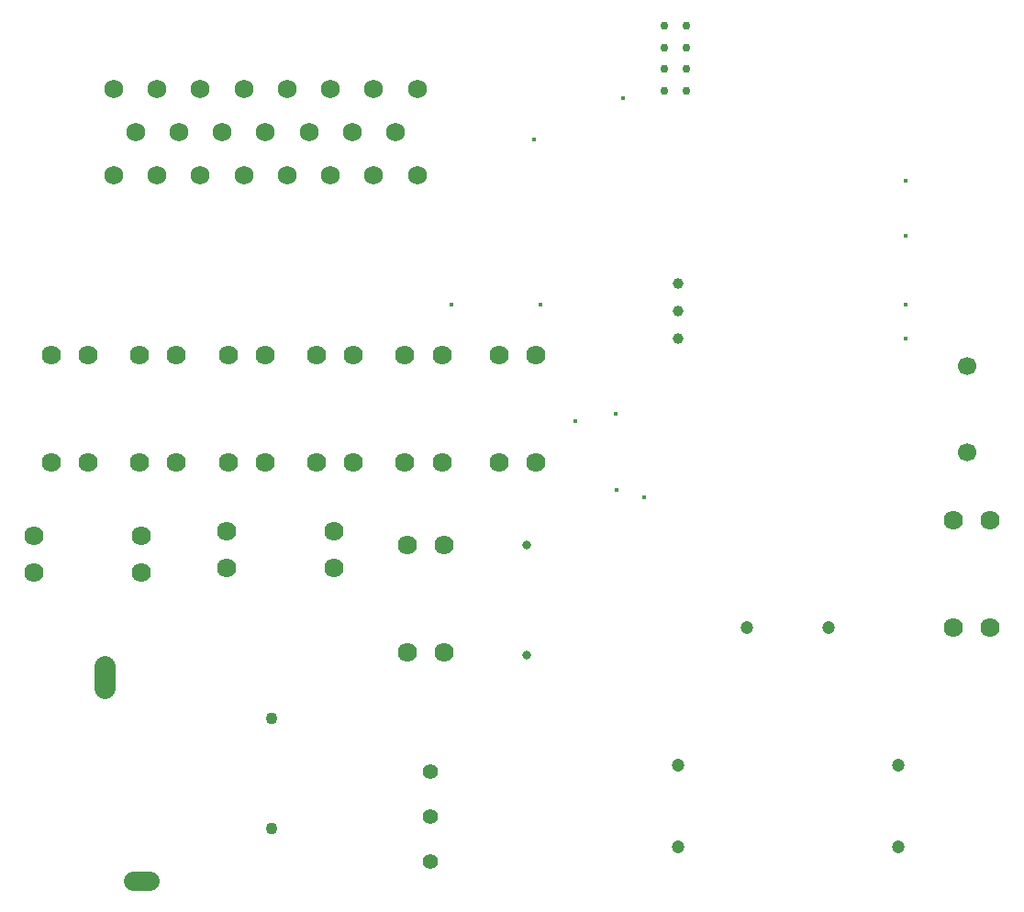
<source format=gbr>
%TF.GenerationSoftware,KiCad,Pcbnew,5.1.5-52549c5~84~ubuntu18.04.1*%
%TF.CreationDate,2020-02-26T10:28:40-05:00*%
%TF.ProjectId,LV_Breakout,4c565f42-7265-4616-9b6f-75742e6b6963,rev?*%
%TF.SameCoordinates,PX678e028PY6d01460*%
%TF.FileFunction,Plated,1,2,PTH,Mixed*%
%TF.FilePolarity,Positive*%
%FSLAX46Y46*%
G04 Gerber Fmt 4.6, Leading zero omitted, Abs format (unit mm)*
G04 Created by KiCad (PCBNEW 5.1.5-52549c5~84~ubuntu18.04.1) date 2020-02-26 10:28:40*
%MOMM*%
%LPD*%
G04 APERTURE LIST*
%TA.AperFunction,ViaDrill*%
%ADD10C,0.400000*%
%TD*%
%TA.AperFunction,ComponentDrill*%
%ADD11C,0.750000*%
%TD*%
%TA.AperFunction,ComponentDrill*%
%ADD12C,0.800000*%
%TD*%
%TA.AperFunction,ComponentDrill*%
%ADD13C,1.000000*%
%TD*%
%TA.AperFunction,ComponentDrill*%
%ADD14C,1.090000*%
%TD*%
%TA.AperFunction,ComponentDrill*%
%ADD15C,1.200000*%
%TD*%
%TA.AperFunction,ComponentDrill*%
%ADD16C,1.400000*%
%TD*%
%TA.AperFunction,ComponentDrill*%
%ADD17C,1.700000*%
%TD*%
%TA.AperFunction,ComponentDrill*%
%ADD18C,1.750000*%
%TD*%
%TA.AperFunction,ComponentDrill*%
%ADD19C,1.780000*%
%TD*%
G04 aperture for slot hole*
%TA.AperFunction,ComponentDrill*%
%ADD20C,1.780000*%
%TD*%
G04 aperture for slot hole*
%TA.AperFunction,ComponentDrill*%
%ADD21C,1.950000*%
%TD*%
G04 APERTURE END LIST*
D10*
X48260000Y57785000D03*
X55880000Y73025000D03*
X56515000Y57785000D03*
X59690000Y46990000D03*
X63454409Y47670591D03*
X63500000Y40640000D03*
X64135000Y76835000D03*
X66040000Y40005000D03*
X90170000Y69215000D03*
X90170000Y64135000D03*
X90170000Y57785000D03*
X90170000Y54610000D03*
D11*
%TO.C,J1*%
X67945000Y83470000D03*
X67945000Y81470000D03*
X67945000Y79470000D03*
X67945000Y77470000D03*
X69945000Y83470000D03*
X69945000Y81470000D03*
X69945000Y79470000D03*
X69945000Y77470000D03*
D12*
%TO.C,R1*%
X55245000Y35560000D03*
X55245000Y25400000D03*
D13*
%TO.C,U1*%
X69215000Y59690000D03*
X69215000Y57150000D03*
X69215000Y54610000D03*
D14*
%TO.C,K1*%
X31695000Y19535000D03*
X31695000Y9375000D03*
D15*
%TO.C,C2*%
X75565000Y27940000D03*
X83065000Y27940000D03*
%TO.C,C4*%
X89535000Y15240000D03*
X89535000Y7740000D03*
%TO.C,C3*%
X69215000Y15240000D03*
X69215000Y7740000D03*
D16*
%TO.C,J3*%
X46355000Y14630000D03*
X46355000Y10490000D03*
X46355000Y6350000D03*
D17*
%TO.C,J2*%
X95885000Y52070000D03*
X95885000Y44150000D03*
D18*
%TO.C,J4*%
X17115000Y77660000D03*
X17115000Y69660000D03*
X19115000Y73660000D03*
X21115000Y77660000D03*
X21115000Y69660000D03*
X23115000Y73660000D03*
X25115000Y77660000D03*
X25115000Y69660000D03*
X27115000Y73660000D03*
X29115000Y77660000D03*
X29115000Y69660000D03*
X31115000Y73660000D03*
X33115000Y77660000D03*
X33115000Y69660000D03*
X35115000Y73660000D03*
X37115000Y77660000D03*
X37115000Y69660000D03*
X39115000Y73660000D03*
X41115000Y77660000D03*
X41115000Y69660000D03*
X43115000Y73660000D03*
X45115000Y77660000D03*
X45115000Y69660000D03*
D19*
%TO.C,F3*%
X43996425Y53100000D03*
X43996425Y43180000D03*
X47396425Y53100000D03*
X47396425Y43180000D03*
D20*
%TO.C,K1*%
X20460000Y4595000D02*
X18910000Y4595000D01*
D19*
%TO.C,F10*%
X35832140Y53100000D03*
X35832140Y43180000D03*
X39232140Y53100000D03*
X39232140Y43180000D03*
%TO.C,F7*%
X11339285Y53100000D03*
X11339285Y43180000D03*
X14739285Y53100000D03*
X14739285Y43180000D03*
%TO.C,F9*%
X9765000Y36420000D03*
X9765000Y33020000D03*
X19685000Y36420000D03*
X19685000Y33020000D03*
%TO.C,F2*%
X44225000Y35560000D03*
X44225000Y25640000D03*
X47625000Y35560000D03*
X47625000Y25640000D03*
%TO.C,F5*%
X52705000Y53100000D03*
X52705000Y43180000D03*
X56105000Y53100000D03*
X56105000Y43180000D03*
%TO.C,F4*%
X19503570Y53100000D03*
X19503570Y43180000D03*
X22903570Y53100000D03*
X22903570Y43180000D03*
%TO.C,F8*%
X27545000Y36830000D03*
X27545000Y33430000D03*
X37465000Y36830000D03*
X37465000Y33430000D03*
%TO.C,F1*%
X94615000Y37860000D03*
X94615000Y27940000D03*
X98015000Y37860000D03*
X98015000Y27940000D03*
%TO.C,F6*%
X27667855Y53100000D03*
X27667855Y43180000D03*
X31067855Y53100000D03*
X31067855Y43180000D03*
D21*
%TO.C,K1*%
X16255000Y24370000D02*
X16255000Y22320000D01*
M02*

</source>
